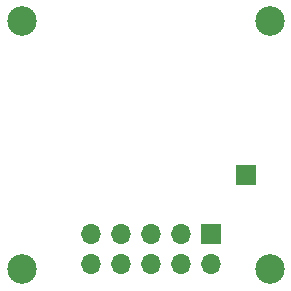
<source format=gbr>
%TF.GenerationSoftware,KiCad,Pcbnew,(6.0.7)*%
%TF.CreationDate,2022-10-09T22:01:22-05:00*%
%TF.ProjectId,TCA9534,54434139-3533-4342-9e6b-696361645f70,1.0*%
%TF.SameCoordinates,Original*%
%TF.FileFunction,Soldermask,Bot*%
%TF.FilePolarity,Negative*%
%FSLAX46Y46*%
G04 Gerber Fmt 4.6, Leading zero omitted, Abs format (unit mm)*
G04 Created by KiCad (PCBNEW (6.0.7)) date 2022-10-09 22:01:22*
%MOMM*%
%LPD*%
G01*
G04 APERTURE LIST*
%ADD10R,1.700000X1.700000*%
%ADD11C,2.500000*%
%ADD12O,1.700000X1.700000*%
G04 APERTURE END LIST*
D10*
%TO.C,J4*%
X179000000Y-89000000D03*
%TD*%
D11*
%TO.C,H2*%
X181000000Y-76000000D03*
%TD*%
%TO.C,H3*%
X181000000Y-97000000D03*
%TD*%
%TO.C,H1*%
X160000000Y-76000000D03*
%TD*%
D10*
%TO.C,J3*%
X176000000Y-94000000D03*
D12*
X176000000Y-96540000D03*
X173460000Y-94000000D03*
X173460000Y-96540000D03*
X170920000Y-94000000D03*
X170920000Y-96540000D03*
X168380000Y-94000000D03*
X168380000Y-96540000D03*
X165840000Y-94000000D03*
X165840000Y-96540000D03*
%TD*%
D11*
%TO.C,H4*%
X160000000Y-97000000D03*
%TD*%
M02*

</source>
